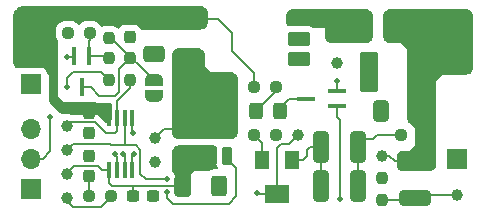
<source format=gtl>
G04 #@! TF.GenerationSoftware,KiCad,Pcbnew,6.0.9-8da3e8f707~116~ubuntu22.04.1*
G04 #@! TF.CreationDate,2022-11-27T05:06:29+05:30*
G04 #@! TF.ProjectId,meshy-tron,6d657368-792d-4747-926f-6e2e6b696361,rev?*
G04 #@! TF.SameCoordinates,Original*
G04 #@! TF.FileFunction,Copper,L1,Top*
G04 #@! TF.FilePolarity,Positive*
%FSLAX46Y46*%
G04 Gerber Fmt 4.6, Leading zero omitted, Abs format (unit mm)*
G04 Created by KiCad (PCBNEW 6.0.9-8da3e8f707~116~ubuntu22.04.1) date 2022-11-27 05:06:29*
%MOMM*%
%LPD*%
G01*
G04 APERTURE LIST*
G04 Aperture macros list*
%AMRoundRect*
0 Rectangle with rounded corners*
0 $1 Rounding radius*
0 $2 $3 $4 $5 $6 $7 $8 $9 X,Y pos of 4 corners*
0 Add a 4 corners polygon primitive as box body*
4,1,4,$2,$3,$4,$5,$6,$7,$8,$9,$2,$3,0*
0 Add four circle primitives for the rounded corners*
1,1,$1+$1,$2,$3*
1,1,$1+$1,$4,$5*
1,1,$1+$1,$6,$7*
1,1,$1+$1,$8,$9*
0 Add four rect primitives between the rounded corners*
20,1,$1+$1,$2,$3,$4,$5,0*
20,1,$1+$1,$4,$5,$6,$7,0*
20,1,$1+$1,$6,$7,$8,$9,0*
20,1,$1+$1,$8,$9,$2,$3,0*%
%AMFreePoly0*
4,1,17,-1.500000,1.875000,-1.080000,1.875000,-1.080000,2.925000,-0.230000,2.925000,-0.230000,1.875000,0.230000,1.875000,0.230000,2.925000,1.080000,2.925000,1.080000,1.875000,1.500000,1.875000,1.500000,2.925000,2.350000,2.925000,2.350000,-1.875000,-2.350000,-1.875000,-2.350000,2.925000,-1.500000,2.925000,-1.500000,1.875000,-1.500000,1.875000,$1*%
%AMFreePoly1*
4,1,20,0.000000,0.744959,0.073905,0.744508,0.209726,0.703889,0.328688,0.626782,0.421226,0.519385,0.479903,0.390333,0.500000,0.250000,0.500000,-0.250000,0.499851,-0.262216,0.476331,-0.402017,0.414519,-0.529596,0.319384,-0.634700,0.198574,-0.708877,0.061801,-0.746166,0.000000,-0.745033,0.000000,-0.750000,-0.500000,-0.750000,-0.500000,0.750000,0.000000,0.750000,0.000000,0.744959,
0.000000,0.744959,$1*%
%AMFreePoly2*
4,1,22,0.500000,-0.750000,0.000000,-0.750000,0.000000,-0.745033,-0.079941,-0.743568,-0.215256,-0.701293,-0.333266,-0.622738,-0.424486,-0.514219,-0.481581,-0.384460,-0.499164,-0.250000,-0.500000,-0.250000,-0.500000,0.250000,-0.499164,0.250000,-0.499963,0.256109,-0.478152,0.396186,-0.417904,0.524511,-0.324060,0.630769,-0.204165,0.706417,-0.067858,0.745374,0.000000,0.744959,0.000000,0.750000,
0.500000,0.750000,0.500000,-0.750000,0.500000,-0.750000,$1*%
G04 Aperture macros list end*
G04 #@! TA.AperFunction,ComponentPad*
%ADD10R,1.700000X1.700000*%
G04 #@! TD*
G04 #@! TA.AperFunction,SMDPad,CuDef*
%ADD11RoundRect,0.237500X-0.237500X0.300000X-0.237500X-0.300000X0.237500X-0.300000X0.237500X0.300000X0*%
G04 #@! TD*
G04 #@! TA.AperFunction,ComponentPad*
%ADD12O,1.700000X1.700000*%
G04 #@! TD*
G04 #@! TA.AperFunction,SMDPad,CuDef*
%ADD13RoundRect,0.237500X0.237500X-0.250000X0.237500X0.250000X-0.237500X0.250000X-0.237500X-0.250000X0*%
G04 #@! TD*
G04 #@! TA.AperFunction,SMDPad,CuDef*
%ADD14RoundRect,0.191667X0.758333X-0.383333X0.758333X0.383333X-0.758333X0.383333X-0.758333X-0.383333X0*%
G04 #@! TD*
G04 #@! TA.AperFunction,SMDPad,CuDef*
%ADD15RoundRect,0.200000X0.750000X-0.400000X0.750000X0.400000X-0.750000X0.400000X-0.750000X-0.400000X0*%
G04 #@! TD*
G04 #@! TA.AperFunction,SMDPad,CuDef*
%ADD16RoundRect,0.237500X0.237500X-0.300000X0.237500X0.300000X-0.237500X0.300000X-0.237500X-0.300000X0*%
G04 #@! TD*
G04 #@! TA.AperFunction,SMDPad,CuDef*
%ADD17FreePoly0,0.000000*%
G04 #@! TD*
G04 #@! TA.AperFunction,SMDPad,CuDef*
%ADD18RoundRect,0.127500X-0.297500X-0.597500X0.297500X-0.597500X0.297500X0.597500X-0.297500X0.597500X0*%
G04 #@! TD*
G04 #@! TA.AperFunction,SMDPad,CuDef*
%ADD19R,0.450000X1.450000*%
G04 #@! TD*
G04 #@! TA.AperFunction,SMDPad,CuDef*
%ADD20C,1.000000*%
G04 #@! TD*
G04 #@! TA.AperFunction,SMDPad,CuDef*
%ADD21R,1.300000X1.600000*%
G04 #@! TD*
G04 #@! TA.AperFunction,SMDPad,CuDef*
%ADD22R,2.000000X1.600000*%
G04 #@! TD*
G04 #@! TA.AperFunction,SMDPad,CuDef*
%ADD23RoundRect,0.237500X0.250000X0.237500X-0.250000X0.237500X-0.250000X-0.237500X0.250000X-0.237500X0*%
G04 #@! TD*
G04 #@! TA.AperFunction,SMDPad,CuDef*
%ADD24RoundRect,0.237500X-0.237500X0.250000X-0.237500X-0.250000X0.237500X-0.250000X0.237500X0.250000X0*%
G04 #@! TD*
G04 #@! TA.AperFunction,SMDPad,CuDef*
%ADD25RoundRect,0.250000X1.075000X-0.400000X1.075000X0.400000X-1.075000X0.400000X-1.075000X-0.400000X0*%
G04 #@! TD*
G04 #@! TA.AperFunction,SMDPad,CuDef*
%ADD26RoundRect,0.250000X-0.400000X-1.075000X0.400000X-1.075000X0.400000X1.075000X-0.400000X1.075000X0*%
G04 #@! TD*
G04 #@! TA.AperFunction,SMDPad,CuDef*
%ADD27RoundRect,0.250000X0.400000X0.625000X-0.400000X0.625000X-0.400000X-0.625000X0.400000X-0.625000X0*%
G04 #@! TD*
G04 #@! TA.AperFunction,SMDPad,CuDef*
%ADD28RoundRect,0.237500X-0.250000X-0.237500X0.250000X-0.237500X0.250000X0.237500X-0.250000X0.237500X0*%
G04 #@! TD*
G04 #@! TA.AperFunction,SMDPad,CuDef*
%ADD29R,1.500000X0.450000*%
G04 #@! TD*
G04 #@! TA.AperFunction,SMDPad,CuDef*
%ADD30R,0.450000X1.500000*%
G04 #@! TD*
G04 #@! TA.AperFunction,SMDPad,CuDef*
%ADD31FreePoly1,90.000000*%
G04 #@! TD*
G04 #@! TA.AperFunction,SMDPad,CuDef*
%ADD32FreePoly2,90.000000*%
G04 #@! TD*
G04 #@! TA.AperFunction,SMDPad,CuDef*
%ADD33RoundRect,0.250000X0.325000X0.450000X-0.325000X0.450000X-0.325000X-0.450000X0.325000X-0.450000X0*%
G04 #@! TD*
G04 #@! TA.AperFunction,SMDPad,CuDef*
%ADD34R,3.500000X1.800000*%
G04 #@! TD*
G04 #@! TA.AperFunction,SMDPad,CuDef*
%ADD35RoundRect,0.250000X0.412500X0.650000X-0.412500X0.650000X-0.412500X-0.650000X0.412500X-0.650000X0*%
G04 #@! TD*
G04 #@! TA.AperFunction,SMDPad,CuDef*
%ADD36RoundRect,0.250000X0.537500X1.450000X-0.537500X1.450000X-0.537500X-1.450000X0.537500X-1.450000X0*%
G04 #@! TD*
G04 #@! TA.AperFunction,SMDPad,CuDef*
%ADD37RoundRect,0.237500X-0.300000X-0.237500X0.300000X-0.237500X0.300000X0.237500X-0.300000X0.237500X0*%
G04 #@! TD*
G04 #@! TA.AperFunction,SMDPad,CuDef*
%ADD38RoundRect,0.250000X-0.650000X0.412500X-0.650000X-0.412500X0.650000X-0.412500X0.650000X0.412500X0*%
G04 #@! TD*
G04 #@! TA.AperFunction,ViaPad*
%ADD39C,0.500000*%
G04 #@! TD*
G04 #@! TA.AperFunction,Conductor*
%ADD40C,0.200000*%
G04 #@! TD*
G04 #@! TA.AperFunction,Conductor*
%ADD41C,0.400000*%
G04 #@! TD*
G04 APERTURE END LIST*
D10*
X145034000Y-43180000D03*
X145034000Y-34290000D03*
D11*
X113919000Y-40994500D03*
X113919000Y-39269500D03*
D10*
X108966000Y-45720000D03*
D12*
X108966000Y-43180000D03*
X108966000Y-40640000D03*
X108966000Y-34295000D03*
D10*
X108966000Y-36835000D03*
D13*
X115570000Y-31091500D03*
X115570000Y-32916500D03*
D14*
X131650000Y-33020000D03*
D15*
X131650000Y-31345000D03*
X131650000Y-34695000D03*
X122350000Y-31345000D03*
X122350000Y-34695000D03*
D16*
X113919000Y-42952500D03*
X113919000Y-44677500D03*
D17*
X123698000Y-39654000D03*
D18*
X121773000Y-42954000D03*
X124353000Y-42954000D03*
X123043000Y-42954000D03*
X125623000Y-42954000D03*
D19*
X115611000Y-44110000D03*
X116261000Y-44110000D03*
X116911000Y-44110000D03*
X117561000Y-44110000D03*
X117561000Y-39710000D03*
X116911000Y-39710000D03*
X116261000Y-39710000D03*
X115611000Y-39710000D03*
D20*
X145034000Y-46228000D03*
X134874000Y-35052000D03*
X108966000Y-31242000D03*
X119507000Y-43434000D03*
X138684000Y-42926000D03*
X119507000Y-41402000D03*
X112014000Y-44450000D03*
X131572000Y-41148000D03*
X112014000Y-42418000D03*
X112014000Y-46482000D03*
X112014000Y-40386000D03*
D21*
X128544000Y-43254000D03*
D22*
X129794000Y-46154000D03*
D21*
X131044000Y-43254000D03*
D23*
X127865500Y-37084000D03*
X129690500Y-37084000D03*
D24*
X138684000Y-46632500D03*
X138684000Y-44807500D03*
D25*
X141478000Y-43408000D03*
X141478000Y-46508000D03*
D26*
X136678000Y-45466000D03*
X133578000Y-45466000D03*
D23*
X127865500Y-41148000D03*
X129690500Y-41148000D03*
D26*
X136678000Y-42164000D03*
X133578000Y-42164000D03*
D23*
X140311500Y-41148000D03*
X142136500Y-41148000D03*
D27*
X121767000Y-45466000D03*
X124867000Y-45466000D03*
D28*
X115720500Y-46355000D03*
X113895500Y-46355000D03*
D24*
X117348000Y-36472500D03*
X117348000Y-34647500D03*
D28*
X113942500Y-32512000D03*
X112117500Y-32512000D03*
D24*
X115570000Y-36472500D03*
X115570000Y-34647500D03*
D29*
X132274000Y-38100000D03*
X134934000Y-37450000D03*
X134934000Y-38750000D03*
D30*
X113284000Y-37144000D03*
X112634000Y-34484000D03*
X113934000Y-34484000D03*
D31*
X119380000Y-36546000D03*
D32*
X119380000Y-37846000D03*
D33*
X128007000Y-39116000D03*
X130057000Y-39116000D03*
D34*
X135930000Y-31750000D03*
X140930000Y-31750000D03*
D35*
X138645500Y-39116000D03*
X141770500Y-39116000D03*
D36*
X137562500Y-35814000D03*
X141837500Y-35814000D03*
D37*
X119353500Y-46355000D03*
X117628500Y-46355000D03*
D38*
X119380000Y-34328500D03*
X119380000Y-31203500D03*
D11*
X117348000Y-32866500D03*
X117348000Y-31141500D03*
D39*
X112014000Y-37084000D03*
X110617000Y-39624000D03*
X128143000Y-46101000D03*
X116775497Y-42799000D03*
X124206000Y-42418000D03*
X116075994Y-42799000D03*
X115720500Y-46355000D03*
X120523000Y-46015500D03*
X120523000Y-44916500D03*
X119380000Y-46355000D03*
X117602000Y-46355000D03*
X134874000Y-36576000D03*
X135128000Y-46609000D03*
X138684000Y-46632500D03*
X129794000Y-41148000D03*
X138684000Y-44831000D03*
X138938000Y-39116000D03*
X138430000Y-38608000D03*
X138430000Y-39624000D03*
X137287000Y-37084000D03*
X137287000Y-36322000D03*
X137287000Y-35306000D03*
X137287000Y-34544000D03*
X134874000Y-35052000D03*
X132207000Y-34671000D03*
X131064000Y-34671000D03*
X122428000Y-36068000D03*
X119761000Y-37846000D03*
X118999000Y-37846000D03*
X117602000Y-41021000D03*
X124587000Y-45466000D03*
X125095000Y-45974000D03*
X125095000Y-44958000D03*
X119507000Y-43434000D03*
X117687500Y-42799000D03*
X113919000Y-42926000D03*
X113919000Y-41021000D03*
X112014000Y-34544000D03*
X112014000Y-32512000D03*
X117348000Y-33020000D03*
X119888000Y-34290000D03*
X118872000Y-34290000D03*
D40*
X116261000Y-39710000D02*
X116261000Y-38298000D01*
X116261000Y-38298000D02*
X117348000Y-37211000D01*
X117348000Y-37211000D02*
X117348000Y-36472500D01*
X113284000Y-37144000D02*
X114042500Y-37144000D01*
X114042500Y-37144000D02*
X114744500Y-37846000D01*
X114744500Y-37846000D02*
X116078000Y-37846000D01*
X116078000Y-37846000D02*
X116435500Y-37488500D01*
X116435500Y-35560000D02*
X117348000Y-34647500D01*
X116435500Y-37488500D02*
X116435500Y-35560000D01*
X145034000Y-46228000D02*
X141758000Y-46228000D01*
X141758000Y-46228000D02*
X141478000Y-46508000D01*
X127865500Y-37084000D02*
X127865500Y-35917500D01*
X125984000Y-34036000D02*
X125984000Y-32512000D01*
X127865500Y-35917500D02*
X125984000Y-34036000D01*
X125984000Y-32512000D02*
X124817000Y-31345000D01*
X124817000Y-31345000D02*
X122350000Y-31345000D01*
X110617000Y-42545000D02*
X109982000Y-43180000D01*
X110617000Y-39624000D02*
X110617000Y-42545000D01*
X109982000Y-43180000D02*
X108966000Y-43180000D01*
X112014000Y-37084000D02*
X112014000Y-36322000D01*
X112522000Y-35814000D02*
X114911500Y-35814000D01*
X112014000Y-36322000D02*
X112522000Y-35814000D01*
X114911500Y-35814000D02*
X115570000Y-36472500D01*
X112014000Y-34544000D02*
X112574000Y-34544000D01*
X112574000Y-34544000D02*
X112634000Y-34484000D01*
X113934000Y-33132000D02*
X113942500Y-33123500D01*
X115406500Y-34484000D02*
X113934000Y-34484000D01*
X115570000Y-34647500D02*
X115406500Y-34484000D01*
X113934000Y-34484000D02*
X113934000Y-33132000D01*
X113942500Y-33123500D02*
X113942500Y-32512000D01*
X116261000Y-40819000D02*
X116059000Y-41021000D01*
X116261000Y-39710000D02*
X116261000Y-40819000D01*
X116059000Y-41021000D02*
X115316000Y-41021000D01*
X115316000Y-41021000D02*
X114402000Y-40107000D01*
X114402000Y-40107000D02*
X112293000Y-40107000D01*
X112293000Y-40107000D02*
X112014000Y-40386000D01*
X112522000Y-41910000D02*
X115639314Y-41910000D01*
X112014000Y-42418000D02*
X112522000Y-41910000D01*
X115639314Y-41910000D02*
X115766314Y-42037000D01*
X115766314Y-42037000D02*
X116967000Y-42037000D01*
X112014000Y-44450000D02*
X112649000Y-43815000D01*
X112649000Y-43815000D02*
X114681000Y-43815000D01*
X114681000Y-43815000D02*
X114976000Y-44110000D01*
X114976000Y-44110000D02*
X115611000Y-44110000D01*
X112014000Y-46482000D02*
X112014000Y-46736000D01*
X112014000Y-46736000D02*
X112522000Y-47244000D01*
X112522000Y-47244000D02*
X114935000Y-47244000D01*
X114935000Y-47244000D02*
X115720500Y-46458500D01*
X115720500Y-46458500D02*
X115720500Y-46355000D01*
X128196000Y-46154000D02*
X128143000Y-46101000D01*
X129794000Y-46154000D02*
X128196000Y-46154000D01*
X117687500Y-42799000D02*
X117561000Y-42925500D01*
X117561000Y-42925500D02*
X117561000Y-44110000D01*
X116075994Y-42799000D02*
X116075994Y-42877315D01*
X116075994Y-42877315D02*
X116261000Y-43062321D01*
X116261000Y-43062321D02*
X116261000Y-44110000D01*
X116911000Y-42934503D02*
X116911000Y-44110000D01*
X116775497Y-42799000D02*
X116911000Y-42934503D01*
X116967000Y-42037000D02*
X117855999Y-42037000D01*
X117855999Y-42037000D02*
X118237000Y-42418001D01*
X118237000Y-42418001D02*
X118237000Y-44450000D01*
X118237000Y-44450000D02*
X118703500Y-44916500D01*
X118703500Y-44916500D02*
X120523000Y-44916500D01*
X116911000Y-39710000D02*
X116911000Y-41981000D01*
X116911000Y-41981000D02*
X116967000Y-42037000D01*
X120523000Y-46482000D02*
X121031000Y-46990000D01*
X120523000Y-46015500D02*
X120523000Y-46482000D01*
X115824000Y-45466000D02*
X117602000Y-45466000D01*
X117602000Y-45466000D02*
X121767000Y-45466000D01*
X117602000Y-46355000D02*
X117602000Y-45466000D01*
X115611000Y-44110000D02*
X115611000Y-45253000D01*
X115611000Y-45253000D02*
X115824000Y-45466000D01*
X125730000Y-46990000D02*
X126365000Y-46355000D01*
X121031000Y-46990000D02*
X125730000Y-46990000D01*
X126365000Y-46355000D02*
X126365000Y-43942000D01*
X126365000Y-43942000D02*
X125623000Y-43200000D01*
X125623000Y-43200000D02*
X125623000Y-42954000D01*
X131572000Y-41148000D02*
X130810000Y-41910000D01*
X130810000Y-41910000D02*
X130175000Y-41910000D01*
X129794000Y-42291000D02*
X129794000Y-46154000D01*
X130175000Y-41910000D02*
X129794000Y-42291000D01*
X133578000Y-42164000D02*
X132588000Y-42164000D01*
X132588000Y-42164000D02*
X132334000Y-42418000D01*
X132334000Y-42418000D02*
X132334000Y-42926000D01*
X132334000Y-42926000D02*
X132006000Y-43254000D01*
X132006000Y-43254000D02*
X131044000Y-43254000D01*
X134874000Y-36576000D02*
X134934000Y-36636000D01*
X134934000Y-36636000D02*
X134934000Y-37450000D01*
X134934000Y-39684000D02*
X135128000Y-39878000D01*
X134934000Y-38750000D02*
X134934000Y-39684000D01*
X135128000Y-39878000D02*
X135128000Y-46609000D01*
X138684000Y-46632500D02*
X141353500Y-46632500D01*
X141353500Y-46632500D02*
X141478000Y-46508000D01*
X138684000Y-42926000D02*
X139319000Y-42926000D01*
X139319000Y-42926000D02*
X139801000Y-43408000D01*
X139801000Y-43408000D02*
X141478000Y-43408000D01*
X140311500Y-41148000D02*
X138303000Y-41148000D01*
X138303000Y-41148000D02*
X137922000Y-41529000D01*
X137922000Y-41529000D02*
X137313000Y-41529000D01*
X137313000Y-41529000D02*
X136678000Y-42164000D01*
X136678000Y-45466000D02*
X136678000Y-42164000D01*
X133578000Y-45466000D02*
X133578000Y-42164000D01*
X128544000Y-43254000D02*
X128544000Y-41826500D01*
X128544000Y-41826500D02*
X127865500Y-41148000D01*
X120269000Y-40640000D02*
X121285000Y-40640000D01*
X119507000Y-41402000D02*
X120269000Y-40640000D01*
X130057000Y-39116000D02*
X130057000Y-38853000D01*
X130057000Y-38853000D02*
X130810000Y-38100000D01*
X130810000Y-38100000D02*
X132274000Y-38100000D01*
X129690500Y-37084000D02*
X129690500Y-37432500D01*
X129690500Y-37432500D02*
X128007000Y-39116000D01*
X117561000Y-40980000D02*
X117602000Y-41021000D01*
X117561000Y-39710000D02*
X117561000Y-40980000D01*
X113919000Y-44677500D02*
X113919000Y-46331500D01*
X113919000Y-46331500D02*
X113895500Y-46355000D01*
D41*
X115570000Y-38608000D02*
X114554000Y-38608000D01*
X115611000Y-39710000D02*
X115611000Y-38649000D01*
X115611000Y-38649000D02*
X115570000Y-38608000D01*
X113919000Y-39243000D02*
X113919000Y-39269500D01*
X114554000Y-38608000D02*
X113919000Y-39243000D01*
D40*
X115570000Y-32916500D02*
X115750500Y-32916500D01*
X115750500Y-32916500D02*
X119380000Y-36546000D01*
G04 #@! TA.AperFunction,Conductor*
G36*
X123328986Y-30227578D02*
G01*
X123464903Y-30245472D01*
X123496676Y-30253985D01*
X123619175Y-30304726D01*
X123647659Y-30321172D01*
X123752852Y-30401890D01*
X123776110Y-30425148D01*
X123856828Y-30530341D01*
X123873275Y-30558827D01*
X123924015Y-30681325D01*
X123932528Y-30713097D01*
X123950922Y-30852812D01*
X123952000Y-30869258D01*
X123952000Y-31614742D01*
X123950922Y-31631188D01*
X123932528Y-31770903D01*
X123924015Y-31802675D01*
X123916632Y-31820500D01*
X123875075Y-31920828D01*
X123873275Y-31925173D01*
X123856828Y-31953659D01*
X123776110Y-32058852D01*
X123752852Y-32082110D01*
X123647659Y-32162828D01*
X123619175Y-32179274D01*
X123573235Y-32198303D01*
X123496675Y-32230015D01*
X123464903Y-32238528D01*
X123325188Y-32256922D01*
X123308742Y-32258000D01*
X118342111Y-32258000D01*
X118273990Y-32237998D01*
X118234967Y-32198303D01*
X118177970Y-32106197D01*
X118174116Y-32099969D01*
X118127645Y-32053579D01*
X118056184Y-31982242D01*
X118056179Y-31982238D01*
X118051003Y-31977071D01*
X118032809Y-31965856D01*
X117909150Y-31889631D01*
X117909148Y-31889630D01*
X117902920Y-31885791D01*
X117737809Y-31831026D01*
X117730973Y-31830326D01*
X117730970Y-31830325D01*
X117679474Y-31825049D01*
X117635072Y-31820500D01*
X117060928Y-31820500D01*
X117057682Y-31820837D01*
X117057678Y-31820837D01*
X116963765Y-31830581D01*
X116963761Y-31830582D01*
X116956907Y-31831293D01*
X116950371Y-31833474D01*
X116950369Y-31833474D01*
X116817605Y-31877768D01*
X116791893Y-31886346D01*
X116643969Y-31977884D01*
X116638796Y-31983066D01*
X116526242Y-32095816D01*
X116526238Y-32095821D01*
X116521071Y-32100997D01*
X116517231Y-32107226D01*
X116512693Y-32112973D01*
X116510837Y-32111507D01*
X116466496Y-32151412D01*
X116396425Y-32162833D01*
X116331301Y-32134558D01*
X116322993Y-32126974D01*
X116311665Y-32115665D01*
X116273003Y-32077071D01*
X116266772Y-32073230D01*
X116131150Y-31989631D01*
X116131148Y-31989630D01*
X116124920Y-31985791D01*
X115959809Y-31931026D01*
X115952973Y-31930326D01*
X115952970Y-31930325D01*
X115901474Y-31925049D01*
X115857072Y-31920500D01*
X115282928Y-31920500D01*
X115279682Y-31920837D01*
X115279678Y-31920837D01*
X115185765Y-31930581D01*
X115185761Y-31930582D01*
X115178907Y-31931293D01*
X115172371Y-31933474D01*
X115172369Y-31933474D01*
X115013893Y-31986346D01*
X115013478Y-31985101D01*
X114950849Y-31994724D01*
X114885987Y-31965856D01*
X114860432Y-31936142D01*
X114784970Y-31814197D01*
X114781116Y-31807969D01*
X114766062Y-31792941D01*
X114663184Y-31690242D01*
X114663179Y-31690238D01*
X114658003Y-31685071D01*
X114509920Y-31593791D01*
X114344809Y-31539026D01*
X114337973Y-31538326D01*
X114337970Y-31538325D01*
X114286474Y-31533049D01*
X114242072Y-31528500D01*
X113642928Y-31528500D01*
X113639682Y-31528837D01*
X113639678Y-31528837D01*
X113545765Y-31538581D01*
X113545761Y-31538582D01*
X113538907Y-31539293D01*
X113532371Y-31541474D01*
X113532369Y-31541474D01*
X113399605Y-31585768D01*
X113373893Y-31594346D01*
X113225969Y-31685884D01*
X113220796Y-31691066D01*
X113119253Y-31792786D01*
X113056970Y-31826865D01*
X112986150Y-31821862D01*
X112941063Y-31792941D01*
X112838188Y-31690246D01*
X112838183Y-31690242D01*
X112833003Y-31685071D01*
X112684920Y-31593791D01*
X112519809Y-31539026D01*
X112512973Y-31538326D01*
X112512970Y-31538325D01*
X112461474Y-31533049D01*
X112417072Y-31528500D01*
X111817928Y-31528500D01*
X111814682Y-31528837D01*
X111814678Y-31528837D01*
X111720765Y-31538581D01*
X111720761Y-31538582D01*
X111713907Y-31539293D01*
X111707371Y-31541474D01*
X111707369Y-31541474D01*
X111574605Y-31585768D01*
X111548893Y-31594346D01*
X111400969Y-31685884D01*
X111395796Y-31691066D01*
X111283242Y-31803816D01*
X111283238Y-31803821D01*
X111278071Y-31808997D01*
X111274231Y-31815227D01*
X111274230Y-31815228D01*
X111209132Y-31920837D01*
X111186791Y-31957080D01*
X111132026Y-32122191D01*
X111131326Y-32129027D01*
X111131325Y-32129030D01*
X111127862Y-32162833D01*
X111121500Y-32224928D01*
X111121500Y-32799072D01*
X111132293Y-32903093D01*
X111187346Y-33068107D01*
X111191202Y-33074338D01*
X111233144Y-33142116D01*
X111252000Y-33208419D01*
X111252000Y-34515722D01*
X111251752Y-34519663D01*
X111251658Y-34526351D01*
X111250775Y-34533343D01*
X111251462Y-34540351D01*
X111251455Y-34540863D01*
X111252000Y-34552003D01*
X111252000Y-37055722D01*
X111251752Y-37059663D01*
X111251658Y-37066351D01*
X111250775Y-37073343D01*
X111251462Y-37080351D01*
X111251455Y-37080863D01*
X111252000Y-37092003D01*
X111252000Y-37846000D01*
X111760000Y-38354000D01*
X112814488Y-38354000D01*
X112858717Y-38362018D01*
X112941289Y-38392973D01*
X112941291Y-38392973D01*
X112948684Y-38395745D01*
X112956532Y-38396598D01*
X112956534Y-38396598D01*
X113007469Y-38402131D01*
X113010866Y-38402500D01*
X113557134Y-38402500D01*
X113560531Y-38402131D01*
X113611466Y-38396598D01*
X113611468Y-38396598D01*
X113619316Y-38395745D01*
X113626709Y-38392973D01*
X113626711Y-38392973D01*
X113709283Y-38362018D01*
X113753512Y-38354000D01*
X114365274Y-38354000D01*
X114428275Y-38370882D01*
X114431075Y-38372499D01*
X114437624Y-38377524D01*
X114585649Y-38438838D01*
X114593836Y-38439916D01*
X114593837Y-38439916D01*
X114605042Y-38441391D01*
X114636238Y-38445498D01*
X114704615Y-38454500D01*
X114704618Y-38454500D01*
X114704626Y-38454501D01*
X114736311Y-38458672D01*
X114744500Y-38459750D01*
X114776193Y-38455578D01*
X114792636Y-38454500D01*
X115483832Y-38454500D01*
X115551953Y-38474502D01*
X115560535Y-38480537D01*
X115600124Y-38510914D01*
X115641992Y-38568251D01*
X115646214Y-38639122D01*
X115624247Y-38686441D01*
X115585385Y-38738295D01*
X115534255Y-38874684D01*
X115527500Y-38936866D01*
X115527500Y-40067761D01*
X115507498Y-40135882D01*
X115453842Y-40182375D01*
X115383568Y-40192479D01*
X115318988Y-40162985D01*
X115312405Y-40156856D01*
X114866315Y-39710766D01*
X114855448Y-39698375D01*
X114841013Y-39679563D01*
X114835987Y-39673013D01*
X114804075Y-39648526D01*
X114804072Y-39648523D01*
X114767728Y-39620635D01*
X114715429Y-39580504D01*
X114715427Y-39580503D01*
X114708876Y-39575476D01*
X114560851Y-39514162D01*
X114552664Y-39513084D01*
X114552663Y-39513084D01*
X114541458Y-39511609D01*
X114510262Y-39507502D01*
X114441885Y-39498500D01*
X114441882Y-39498500D01*
X114441874Y-39498499D01*
X114410189Y-39494328D01*
X114402000Y-39493250D01*
X114370307Y-39497422D01*
X114353864Y-39498500D01*
X112524951Y-39498500D01*
X112465022Y-39483336D01*
X112456127Y-39478526D01*
X112406701Y-39451802D01*
X112217768Y-39393318D01*
X112211643Y-39392674D01*
X112211642Y-39392674D01*
X112027204Y-39373289D01*
X112027202Y-39373289D01*
X112021075Y-39372645D01*
X111938576Y-39380153D01*
X111830251Y-39390011D01*
X111830248Y-39390012D01*
X111824112Y-39390570D01*
X111818206Y-39392308D01*
X111818202Y-39392309D01*
X111693414Y-39429036D01*
X111622417Y-39429080D01*
X111574129Y-39402336D01*
X111434356Y-39278094D01*
X111266578Y-39128958D01*
X111265301Y-39127806D01*
X111253539Y-39117038D01*
X111250854Y-39114506D01*
X111239425Y-39103407D01*
X111238111Y-39102111D01*
X110681832Y-38545832D01*
X110670964Y-38533441D01*
X110585170Y-38421632D01*
X110568725Y-38393147D01*
X110563563Y-38380683D01*
X110517985Y-38270649D01*
X110509472Y-38238877D01*
X110491078Y-38099162D01*
X110490000Y-38082716D01*
X110490000Y-36068000D01*
X110331086Y-35909086D01*
X110318737Y-35883123D01*
X110318598Y-35882540D01*
X110317745Y-35874684D01*
X110266615Y-35738295D01*
X110179261Y-35621739D01*
X110062705Y-35534385D01*
X109926316Y-35483255D01*
X109864134Y-35476500D01*
X108067866Y-35476500D01*
X108064469Y-35476869D01*
X108013534Y-35482402D01*
X108013532Y-35482402D01*
X108005684Y-35483255D01*
X107998291Y-35486027D01*
X107998289Y-35486027D01*
X107933546Y-35510298D01*
X107862739Y-35515481D01*
X107841099Y-35508725D01*
X107774827Y-35481274D01*
X107746341Y-35464828D01*
X107641148Y-35384111D01*
X107617890Y-35360852D01*
X107537172Y-35255659D01*
X107520725Y-35227173D01*
X107469985Y-35104675D01*
X107461472Y-35072903D01*
X107443578Y-34936986D01*
X107442500Y-34920540D01*
X107442500Y-31295250D01*
X107444246Y-31274345D01*
X107446770Y-31259344D01*
X107446770Y-31259341D01*
X107447576Y-31254552D01*
X107447729Y-31242000D01*
X107446542Y-31233709D01*
X107445748Y-31204870D01*
X107456967Y-31076640D01*
X107460781Y-31055011D01*
X107500889Y-30905327D01*
X107508401Y-30884688D01*
X107573893Y-30744240D01*
X107584875Y-30725219D01*
X107673762Y-30598275D01*
X107687880Y-30581451D01*
X107797451Y-30471880D01*
X107814275Y-30457762D01*
X107941219Y-30368875D01*
X107960240Y-30357893D01*
X108100688Y-30292401D01*
X108121327Y-30284889D01*
X108154943Y-30275881D01*
X108271015Y-30244780D01*
X108292638Y-30240968D01*
X108351794Y-30235792D01*
X108417393Y-30230053D01*
X108433871Y-30230607D01*
X108433876Y-30230200D01*
X108442853Y-30230310D01*
X108451724Y-30231691D01*
X108460626Y-30230527D01*
X108460628Y-30230527D01*
X108475677Y-30228559D01*
X108483286Y-30227564D01*
X108499621Y-30226500D01*
X123312540Y-30226500D01*
X123328986Y-30227578D01*
G37*
G04 #@! TD.AperFunction*
G04 #@! TA.AperFunction,Conductor*
G36*
X123071188Y-33783078D02*
G01*
X123210903Y-33801472D01*
X123242676Y-33809985D01*
X123365175Y-33860726D01*
X123393659Y-33877172D01*
X123498852Y-33957890D01*
X123522110Y-33981148D01*
X123602828Y-34086341D01*
X123619275Y-34114827D01*
X123670015Y-34237325D01*
X123678528Y-34269097D01*
X123696922Y-34408812D01*
X123698000Y-34425258D01*
X123698000Y-35306000D01*
X124206000Y-35814000D01*
X125848742Y-35814000D01*
X125865188Y-35815078D01*
X126004903Y-35833472D01*
X126036676Y-35841985D01*
X126159175Y-35892726D01*
X126187659Y-35909172D01*
X126292852Y-35989890D01*
X126316110Y-36013148D01*
X126396828Y-36118341D01*
X126413275Y-36146827D01*
X126464015Y-36269325D01*
X126472528Y-36301097D01*
X126490922Y-36440812D01*
X126492000Y-36457258D01*
X126492000Y-40885742D01*
X126490922Y-40902188D01*
X126472528Y-41041903D01*
X126464015Y-41073675D01*
X126413275Y-41196173D01*
X126396828Y-41224659D01*
X126316110Y-41329852D01*
X126292852Y-41353110D01*
X126187659Y-41433828D01*
X126159175Y-41450274D01*
X126076358Y-41484578D01*
X126036675Y-41501015D01*
X126004903Y-41509528D01*
X125865188Y-41527922D01*
X125848742Y-41529000D01*
X121547258Y-41529000D01*
X121530812Y-41527922D01*
X121391097Y-41509528D01*
X121359325Y-41501015D01*
X121319642Y-41484578D01*
X121236825Y-41450274D01*
X121208341Y-41433828D01*
X121103148Y-41353110D01*
X121079890Y-41329852D01*
X120999172Y-41224659D01*
X120982725Y-41196173D01*
X120931985Y-41073675D01*
X120923472Y-41041903D01*
X120905078Y-40902188D01*
X120904000Y-40885742D01*
X120904000Y-34425258D01*
X120905078Y-34408812D01*
X120923472Y-34269097D01*
X120931985Y-34237325D01*
X120982725Y-34114827D01*
X120999172Y-34086341D01*
X121079890Y-33981148D01*
X121103148Y-33957890D01*
X121208341Y-33877172D01*
X121236825Y-33860726D01*
X121359324Y-33809985D01*
X121391097Y-33801472D01*
X121530812Y-33783078D01*
X121547258Y-33782000D01*
X123054742Y-33782000D01*
X123071188Y-33783078D01*
G37*
G04 #@! TD.AperFunction*
G04 #@! TA.AperFunction,Conductor*
G36*
X124384705Y-42043807D02*
G01*
X124480904Y-42056472D01*
X124512674Y-42064985D01*
X124581859Y-42093642D01*
X124618777Y-42108934D01*
X124674057Y-42153483D01*
X124696478Y-42220846D01*
X124694508Y-42247979D01*
X124694132Y-42250040D01*
X124692337Y-42256217D01*
X124691832Y-42262629D01*
X124691832Y-42262631D01*
X124689693Y-42289808D01*
X124689692Y-42289821D01*
X124689500Y-42292267D01*
X124689501Y-43615732D01*
X124692337Y-43651783D01*
X124737169Y-43806094D01*
X124741204Y-43812916D01*
X124741204Y-43812917D01*
X124788187Y-43892361D01*
X124805646Y-43961177D01*
X124783129Y-44028509D01*
X124727785Y-44072978D01*
X124679733Y-44082500D01*
X124416600Y-44082500D01*
X124413354Y-44082837D01*
X124413350Y-44082837D01*
X124317692Y-44092762D01*
X124317688Y-44092763D01*
X124310834Y-44093474D01*
X124304298Y-44095655D01*
X124304296Y-44095655D01*
X124172194Y-44139728D01*
X124143054Y-44149450D01*
X124136822Y-44153306D01*
X124136823Y-44153306D01*
X124098301Y-44177144D01*
X124031998Y-44196000D01*
X122809000Y-44196000D01*
X122555000Y-44450000D01*
X122555000Y-45965742D01*
X122553922Y-45982188D01*
X122535528Y-46121903D01*
X122527015Y-46153675D01*
X122492266Y-46237568D01*
X122476275Y-46276173D01*
X122459830Y-46304658D01*
X122438693Y-46332204D01*
X122381355Y-46374071D01*
X122338730Y-46381500D01*
X121378044Y-46381500D01*
X121309923Y-46361498D01*
X121263430Y-46307842D01*
X121253326Y-46237568D01*
X121258186Y-46218765D01*
X121258065Y-46218734D01*
X121259816Y-46211914D01*
X121262319Y-46205325D01*
X121286001Y-46036813D01*
X121286299Y-46015500D01*
X121267331Y-45846392D01*
X121211368Y-45685689D01*
X121205383Y-45676110D01*
X121124926Y-45547355D01*
X121121192Y-45541379D01*
X121120788Y-45540973D01*
X121095114Y-45477535D01*
X121108286Y-45407771D01*
X121115549Y-45395357D01*
X121125876Y-45379814D01*
X121201891Y-45265402D01*
X121262319Y-45106325D01*
X121286001Y-44937813D01*
X121286299Y-44916500D01*
X121267331Y-44747392D01*
X121211368Y-44586689D01*
X121121192Y-44442379D01*
X121001286Y-44321632D01*
X120995337Y-44317857D01*
X120995335Y-44317855D01*
X120962486Y-44297008D01*
X120915687Y-44243619D01*
X120904000Y-44190623D01*
X120904000Y-42680258D01*
X120905078Y-42663812D01*
X120923472Y-42524097D01*
X120931985Y-42492325D01*
X120982725Y-42369827D01*
X120999172Y-42341341D01*
X121079890Y-42236148D01*
X121103148Y-42212890D01*
X121208341Y-42132172D01*
X121236825Y-42115726D01*
X121359324Y-42064985D01*
X121391096Y-42056472D01*
X121487295Y-42043807D01*
X121503742Y-42042729D01*
X124368258Y-42042729D01*
X124384705Y-42043807D01*
G37*
G04 #@! TD.AperFunction*
G04 #@! TA.AperFunction,Conductor*
G36*
X145804188Y-30481078D02*
G01*
X145943903Y-30499472D01*
X145975676Y-30507985D01*
X146098175Y-30558726D01*
X146126659Y-30575172D01*
X146231852Y-30655890D01*
X146255110Y-30679148D01*
X146335828Y-30784341D01*
X146352275Y-30812827D01*
X146403015Y-30935325D01*
X146411528Y-30967097D01*
X146429922Y-31106812D01*
X146431000Y-31123258D01*
X146431000Y-35424742D01*
X146429922Y-35441188D01*
X146411528Y-35580903D01*
X146403015Y-35612675D01*
X146352275Y-35735173D01*
X146335828Y-35763659D01*
X146255110Y-35868852D01*
X146231852Y-35892110D01*
X146126659Y-35972828D01*
X146098175Y-35989274D01*
X146015358Y-36023578D01*
X145975675Y-36040015D01*
X145943903Y-36048528D01*
X145804188Y-36066922D01*
X145787742Y-36068000D01*
X143764000Y-36068000D01*
X143256000Y-36576000D01*
X143256000Y-43754136D01*
X143254922Y-43770583D01*
X143243390Y-43858174D01*
X143234877Y-43889945D01*
X143204256Y-43963870D01*
X143187810Y-43992356D01*
X143139098Y-44055839D01*
X143115839Y-44079098D01*
X143052356Y-44127810D01*
X143023870Y-44144256D01*
X142949945Y-44174877D01*
X142918174Y-44183390D01*
X142830583Y-44194922D01*
X142814136Y-44196000D01*
X140395864Y-44196000D01*
X140379417Y-44194922D01*
X140291826Y-44183390D01*
X140260055Y-44174877D01*
X140186130Y-44144256D01*
X140157644Y-44127810D01*
X140094161Y-44079098D01*
X140070902Y-44055839D01*
X140022190Y-43992356D01*
X140005744Y-43963870D01*
X139975123Y-43889945D01*
X139966610Y-43858174D01*
X139955078Y-43770583D01*
X139954000Y-43754136D01*
X139954000Y-42986864D01*
X139955078Y-42970417D01*
X139966610Y-42882826D01*
X139975123Y-42851055D01*
X140005744Y-42777130D01*
X140022190Y-42748644D01*
X140070902Y-42685161D01*
X140094161Y-42661902D01*
X140157644Y-42613190D01*
X140186130Y-42596744D01*
X140260055Y-42566123D01*
X140291826Y-42557610D01*
X140379417Y-42546078D01*
X140395864Y-42545000D01*
X140970000Y-42545000D01*
X141478000Y-42037000D01*
X141478000Y-40640000D01*
X141034832Y-40196832D01*
X141023964Y-40184441D01*
X140938171Y-40072633D01*
X140921725Y-40044147D01*
X140870985Y-39921649D01*
X140862472Y-39889877D01*
X140844078Y-39750162D01*
X140843000Y-39733716D01*
X140843000Y-33909000D01*
X140335000Y-33401000D01*
X139454258Y-33401000D01*
X139437812Y-33399922D01*
X139298097Y-33381528D01*
X139266325Y-33373015D01*
X139226642Y-33356578D01*
X139143825Y-33322274D01*
X139115341Y-33305828D01*
X139010148Y-33225110D01*
X138986890Y-33201852D01*
X138906172Y-33096659D01*
X138889725Y-33068173D01*
X138838985Y-32945675D01*
X138830472Y-32913903D01*
X138812078Y-32774188D01*
X138811000Y-32757742D01*
X138811000Y-31123258D01*
X138812078Y-31106812D01*
X138830472Y-30967097D01*
X138838985Y-30935325D01*
X138889725Y-30812827D01*
X138906172Y-30784341D01*
X138986890Y-30679148D01*
X139010148Y-30655890D01*
X139115341Y-30575172D01*
X139143825Y-30558726D01*
X139266324Y-30507985D01*
X139298097Y-30499472D01*
X139437812Y-30481078D01*
X139454258Y-30480000D01*
X145787742Y-30480000D01*
X145804188Y-30481078D01*
G37*
G04 #@! TD.AperFunction*
G04 #@! TA.AperFunction,Conductor*
G36*
X137295188Y-30481078D02*
G01*
X137434903Y-30499472D01*
X137466676Y-30507985D01*
X137589175Y-30558726D01*
X137617659Y-30575172D01*
X137722852Y-30655890D01*
X137746110Y-30679148D01*
X137826828Y-30784341D01*
X137843275Y-30812827D01*
X137894015Y-30935325D01*
X137902528Y-30967097D01*
X137920922Y-31106812D01*
X137922000Y-31123258D01*
X137922000Y-32757742D01*
X137920922Y-32774188D01*
X137902528Y-32913903D01*
X137894015Y-32945675D01*
X137843275Y-33068173D01*
X137826828Y-33096659D01*
X137746110Y-33201852D01*
X137722852Y-33225110D01*
X137617659Y-33305828D01*
X137589175Y-33322274D01*
X137506358Y-33356578D01*
X137466675Y-33373015D01*
X137434903Y-33381528D01*
X137295188Y-33399922D01*
X137278742Y-33401000D01*
X134501258Y-33401000D01*
X134484812Y-33399922D01*
X134345097Y-33381528D01*
X134313325Y-33373015D01*
X134273642Y-33356578D01*
X134190825Y-33322274D01*
X134162341Y-33305828D01*
X134057148Y-33225110D01*
X134033890Y-33201852D01*
X133953172Y-33096659D01*
X133936725Y-33068173D01*
X133885985Y-32945675D01*
X133877472Y-32913903D01*
X133858000Y-32765999D01*
X133858000Y-32131000D01*
X132945091Y-32131000D01*
X132876970Y-32110998D01*
X132855996Y-32094095D01*
X132843535Y-32081634D01*
X132698578Y-31993845D01*
X132691331Y-31991574D01*
X132691329Y-31991573D01*
X132626358Y-31971212D01*
X132536866Y-31943167D01*
X132464306Y-31936500D01*
X130835694Y-31936500D01*
X130811250Y-31938746D01*
X130741585Y-31925061D01*
X130699758Y-31889979D01*
X130651171Y-31826659D01*
X130634725Y-31798173D01*
X130583985Y-31675675D01*
X130575472Y-31643903D01*
X130557078Y-31504188D01*
X130556000Y-31487742D01*
X130556000Y-31123258D01*
X130557078Y-31106812D01*
X130575472Y-30967097D01*
X130583985Y-30935325D01*
X130634725Y-30812827D01*
X130651172Y-30784341D01*
X130731890Y-30679148D01*
X130755148Y-30655890D01*
X130860341Y-30575172D01*
X130888825Y-30558726D01*
X131011324Y-30507985D01*
X131043097Y-30499472D01*
X131182812Y-30481078D01*
X131199258Y-30480000D01*
X137278742Y-30480000D01*
X137295188Y-30481078D01*
G37*
G04 #@! TD.AperFunction*
M02*

</source>
